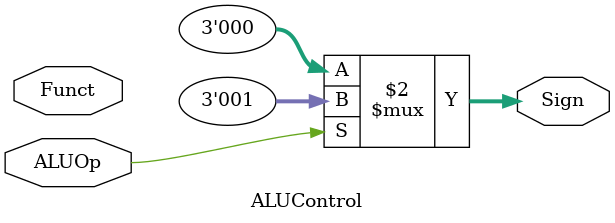
<source format=v>
`timescale 1ns / 1ps


module ALUControl(
    input   ALUOp,
    input [5:0] Funct,
    output[2:0] Sign//ALU¿ØÖÆÐÅºÅ
    );
assign Sign=(ALUOp==1'b1) ? 3'b001:3'b000;//ALUopÎª1Ê±beqÅÐ¶ÏÁ½ÊýÊÇ·ñÎª0£¬Îª¼õ·¨£¬·ñÔòÎª¼Ó·¨
endmodule

</source>
